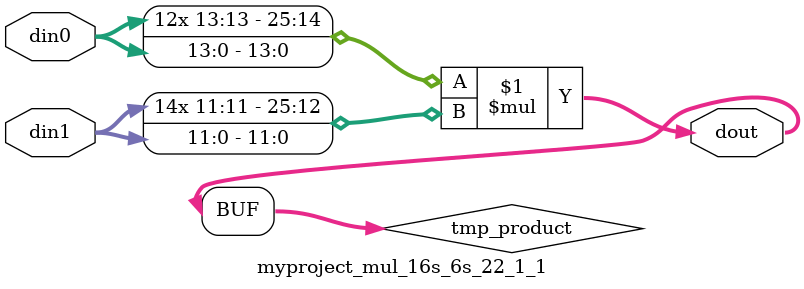
<source format=v>

`timescale 1 ns / 1 ps

 module myproject_mul_16s_6s_22_1_1(din0, din1, dout);
parameter ID = 1;
parameter NUM_STAGE = 0;
parameter din0_WIDTH = 14;
parameter din1_WIDTH = 12;
parameter dout_WIDTH = 26;

input [din0_WIDTH - 1 : 0] din0; 
input [din1_WIDTH - 1 : 0] din1; 
output [dout_WIDTH - 1 : 0] dout;

wire signed [dout_WIDTH - 1 : 0] tmp_product;



























assign tmp_product = $signed(din0) * $signed(din1);








assign dout = tmp_product;





















endmodule

</source>
